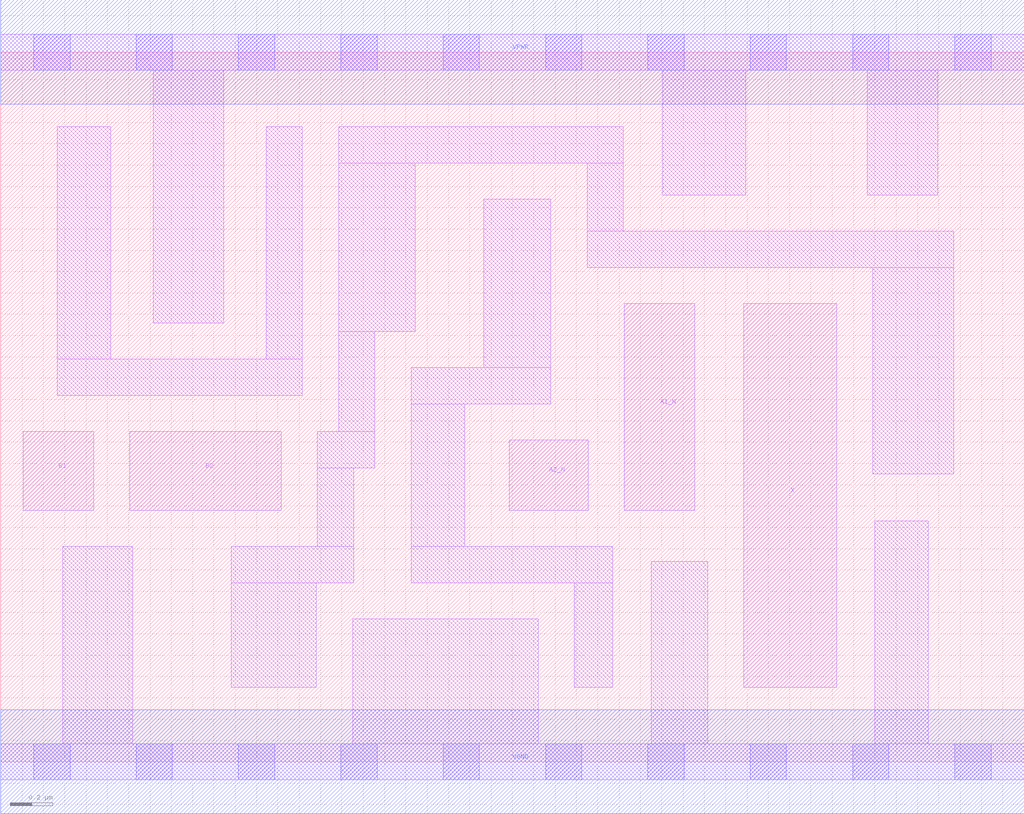
<source format=lef>
# Copyright 2020 The SkyWater PDK Authors
#
# Licensed under the Apache License, Version 2.0 (the "License");
# you may not use this file except in compliance with the License.
# You may obtain a copy of the License at
#
#     https://www.apache.org/licenses/LICENSE-2.0
#
# Unless required by applicable law or agreed to in writing, software
# distributed under the License is distributed on an "AS IS" BASIS,
# WITHOUT WARRANTIES OR CONDITIONS OF ANY KIND, either express or implied.
# See the License for the specific language governing permissions and
# limitations under the License.
#
# SPDX-License-Identifier: Apache-2.0

VERSION 5.7 ;
  NAMESCASESENSITIVE ON ;
  NOWIREEXTENSIONATPIN ON ;
  DIVIDERCHAR "/" ;
  BUSBITCHARS "[]" ;
UNITS
  DATABASE MICRONS 200 ;
END UNITS
MACRO sky130_fd_sc_ls__a2bb2o_2
  CLASS CORE ;
  SOURCE USER ;
  FOREIGN sky130_fd_sc_ls__a2bb2o_2 ;
  ORIGIN  0.000000  0.000000 ;
  SIZE  4.800000 BY  3.330000 ;
  SYMMETRY X Y ;
  SITE unit ;
  PIN A1_N
    ANTENNAGATEAREA  0.232500 ;
    DIRECTION INPUT ;
    USE SIGNAL ;
    PORT
      LAYER li1 ;
        RECT 2.925000 1.180000 3.255000 2.150000 ;
    END
  END A1_N
  PIN A2_N
    ANTENNAGATEAREA  0.232500 ;
    DIRECTION INPUT ;
    USE SIGNAL ;
    PORT
      LAYER li1 ;
        RECT 2.385000 1.180000 2.755000 1.510000 ;
    END
  END A2_N
  PIN B1
    ANTENNAGATEAREA  0.261000 ;
    DIRECTION INPUT ;
    USE SIGNAL ;
    PORT
      LAYER li1 ;
        RECT 0.105000 1.180000 0.435000 1.550000 ;
    END
  END B1
  PIN B2
    ANTENNAGATEAREA  0.261000 ;
    DIRECTION INPUT ;
    USE SIGNAL ;
    PORT
      LAYER li1 ;
        RECT 0.605000 1.180000 1.315000 1.550000 ;
    END
  END B2
  PIN X
    ANTENNADIFFAREA  0.543200 ;
    DIRECTION OUTPUT ;
    USE SIGNAL ;
    PORT
      LAYER li1 ;
        RECT 3.485000 0.350000 3.920000 2.150000 ;
    END
  END X
  PIN VGND
    DIRECTION INOUT ;
    SHAPE ABUTMENT ;
    USE GROUND ;
    PORT
      LAYER met1 ;
        RECT 0.000000 -0.245000 4.800000 0.245000 ;
    END
  END VGND
  PIN VPWR
    DIRECTION INOUT ;
    SHAPE ABUTMENT ;
    USE POWER ;
    PORT
      LAYER met1 ;
        RECT 0.000000 3.085000 4.800000 3.575000 ;
    END
  END VPWR
  OBS
    LAYER li1 ;
      RECT 0.000000 -0.085000 4.800000 0.085000 ;
      RECT 0.000000  3.245000 4.800000 3.415000 ;
      RECT 0.265000  1.720000 1.415000 1.890000 ;
      RECT 0.265000  1.890000 0.515000 2.980000 ;
      RECT 0.290000  0.085000 0.620000 1.010000 ;
      RECT 0.715000  2.060000 1.045000 3.245000 ;
      RECT 1.080000  0.350000 1.480000 0.840000 ;
      RECT 1.080000  0.840000 1.655000 1.010000 ;
      RECT 1.245000  1.890000 1.415000 2.980000 ;
      RECT 1.485000  1.010000 1.655000 1.380000 ;
      RECT 1.485000  1.380000 1.755000 1.550000 ;
      RECT 1.585000  1.550000 1.755000 2.020000 ;
      RECT 1.585000  2.020000 1.945000 2.810000 ;
      RECT 1.585000  2.810000 2.920000 2.980000 ;
      RECT 1.650000  0.085000 2.520000 0.670000 ;
      RECT 1.925000  0.840000 2.870000 1.010000 ;
      RECT 1.925000  1.010000 2.175000 1.680000 ;
      RECT 1.925000  1.680000 2.580000 1.850000 ;
      RECT 2.265000  1.850000 2.580000 2.640000 ;
      RECT 2.690000  0.350000 2.870000 0.840000 ;
      RECT 2.750000  2.320000 4.470000 2.490000 ;
      RECT 2.750000  2.490000 2.920000 2.810000 ;
      RECT 3.050000  0.085000 3.315000 0.940000 ;
      RECT 3.105000  2.660000 3.495000 3.245000 ;
      RECT 4.065000  2.660000 4.395000 3.245000 ;
      RECT 4.090000  1.350000 4.470000 2.320000 ;
      RECT 4.100000  0.085000 4.350000 1.130000 ;
    LAYER mcon ;
      RECT 0.155000 -0.085000 0.325000 0.085000 ;
      RECT 0.155000  3.245000 0.325000 3.415000 ;
      RECT 0.635000 -0.085000 0.805000 0.085000 ;
      RECT 0.635000  3.245000 0.805000 3.415000 ;
      RECT 1.115000 -0.085000 1.285000 0.085000 ;
      RECT 1.115000  3.245000 1.285000 3.415000 ;
      RECT 1.595000 -0.085000 1.765000 0.085000 ;
      RECT 1.595000  3.245000 1.765000 3.415000 ;
      RECT 2.075000 -0.085000 2.245000 0.085000 ;
      RECT 2.075000  3.245000 2.245000 3.415000 ;
      RECT 2.555000 -0.085000 2.725000 0.085000 ;
      RECT 2.555000  3.245000 2.725000 3.415000 ;
      RECT 3.035000 -0.085000 3.205000 0.085000 ;
      RECT 3.035000  3.245000 3.205000 3.415000 ;
      RECT 3.515000 -0.085000 3.685000 0.085000 ;
      RECT 3.515000  3.245000 3.685000 3.415000 ;
      RECT 3.995000 -0.085000 4.165000 0.085000 ;
      RECT 3.995000  3.245000 4.165000 3.415000 ;
      RECT 4.475000 -0.085000 4.645000 0.085000 ;
      RECT 4.475000  3.245000 4.645000 3.415000 ;
  END
END sky130_fd_sc_ls__a2bb2o_2
END LIBRARY

</source>
